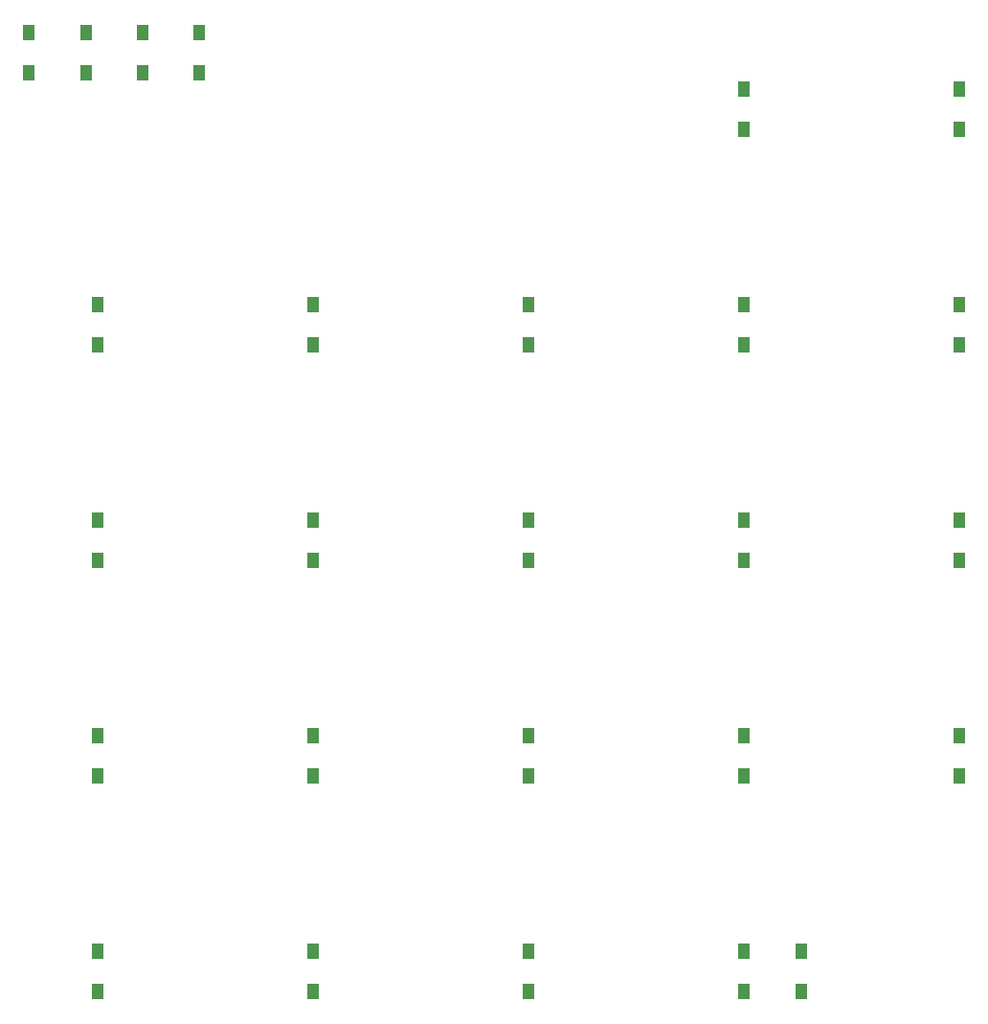
<source format=gbr>
%TF.GenerationSoftware,KiCad,Pcbnew,(5.1.9)-1*%
%TF.CreationDate,2021-02-13T13:30:33+09:00*%
%TF.ProjectId,yuiop22rs,7975696f-7032-4327-9273-2e6b69636164,1*%
%TF.SameCoordinates,Original*%
%TF.FileFunction,Paste,Bot*%
%TF.FilePolarity,Positive*%
%FSLAX46Y46*%
G04 Gerber Fmt 4.6, Leading zero omitted, Abs format (unit mm)*
G04 Created by KiCad (PCBNEW (5.1.9)-1) date 2021-02-13 13:30:33*
%MOMM*%
%LPD*%
G01*
G04 APERTURE LIST*
%ADD10R,1.000000X1.400000*%
G04 APERTURE END LIST*
D10*
%TO.C,D1*%
X123675000Y-66300000D03*
X123675000Y-62750000D03*
%TD*%
%TO.C,D2*%
X142725000Y-62750000D03*
X142725000Y-66300000D03*
%TD*%
%TO.C,D3*%
X66525000Y-81800000D03*
X66525000Y-85350000D03*
%TD*%
%TO.C,D4*%
X85575000Y-85350000D03*
X85575000Y-81800000D03*
%TD*%
%TO.C,D5*%
X104625000Y-81800000D03*
X104625000Y-85350000D03*
%TD*%
%TO.C,D6*%
X123675000Y-85350000D03*
X123675000Y-81800000D03*
%TD*%
%TO.C,D7*%
X142725000Y-81800000D03*
X142725000Y-85350000D03*
%TD*%
%TO.C,D8*%
X66525000Y-104400000D03*
X66525000Y-100850000D03*
%TD*%
%TO.C,D9*%
X85575000Y-100850000D03*
X85575000Y-104400000D03*
%TD*%
%TO.C,D10*%
X104625000Y-104400000D03*
X104625000Y-100850000D03*
%TD*%
%TO.C,D11*%
X123675000Y-100850000D03*
X123675000Y-104400000D03*
%TD*%
%TO.C,D12*%
X142725000Y-104400000D03*
X142725000Y-100850000D03*
%TD*%
%TO.C,D13*%
X66525000Y-123450000D03*
X66525000Y-119900000D03*
%TD*%
%TO.C,D14*%
X85575000Y-119900000D03*
X85575000Y-123450000D03*
%TD*%
%TO.C,D15*%
X104625000Y-123450000D03*
X104625000Y-119900000D03*
%TD*%
%TO.C,D16*%
X123675000Y-119900000D03*
X123675000Y-123450000D03*
%TD*%
%TO.C,D17*%
X142725000Y-119900000D03*
X142725000Y-123450000D03*
%TD*%
%TO.C,D18*%
X66525000Y-142500000D03*
X66525000Y-138950000D03*
%TD*%
%TO.C,D19*%
X85575000Y-138950000D03*
X85575000Y-142500000D03*
%TD*%
%TO.C,D20*%
X104625000Y-142500000D03*
X104625000Y-138950000D03*
%TD*%
%TO.C,D21*%
X123675000Y-142500000D03*
X123675000Y-138950000D03*
%TD*%
%TO.C,D22*%
X128750000Y-138950000D03*
X128750000Y-142500000D03*
%TD*%
%TO.C,D23*%
X60500000Y-61275000D03*
X60500000Y-57725000D03*
%TD*%
%TO.C,D24*%
X65500000Y-57725000D03*
X65500000Y-61275000D03*
%TD*%
%TO.C,D25*%
X70500000Y-61275000D03*
X70500000Y-57725000D03*
%TD*%
%TO.C,D26*%
X75500000Y-57725000D03*
X75500000Y-61275000D03*
%TD*%
M02*

</source>
